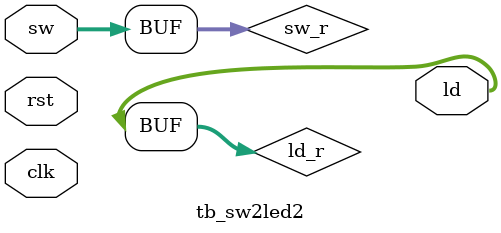
<source format=sv>
module tb_sw2led2 (
input wire clk,
input wire rst,
input wire [7:0] sw,
output wire [7:0] ld
) ;
reg [7:0] sw_r;
reg [7:0] ld_r;
wire [7:0] led_r;
reg [7:0] led_r_int;
reg [7:0] sw_r_int;
reg [7:0] ld_r_int;

// sw_r: wire to register
always@* begin
sw_r = sw;
end
// ld_r: wire to register
always@* begin
ld_r = ld;
end
// led_r: reg to output
always@(posedge clk or posedge rst) begin
if (rst) begin
led_r_int = 8'd0;
end
else begin
led_r_int = led_r;
end
end
// sw_r_int: reg to input
always@(posedge clk or posedge rst) begin
if (rst) begin
sw_r_int = 8'd0;
end
else begin
sw_r_int = sw_r;
end
end
// ld_r_int: reg to input
always@(posedge clk or posedge rst) begin
if (rst) begin
ld_r_int = 8'd0;
end
else begin
ld_r_int = ld_r;
end
end
// Instantiate the DUT
sw2led2 dut (
.sw(sw_r_int),
.ld(ld_r_int)
);
// Outputs
assign led_r = ld_r_int;
endmodule
</source>
